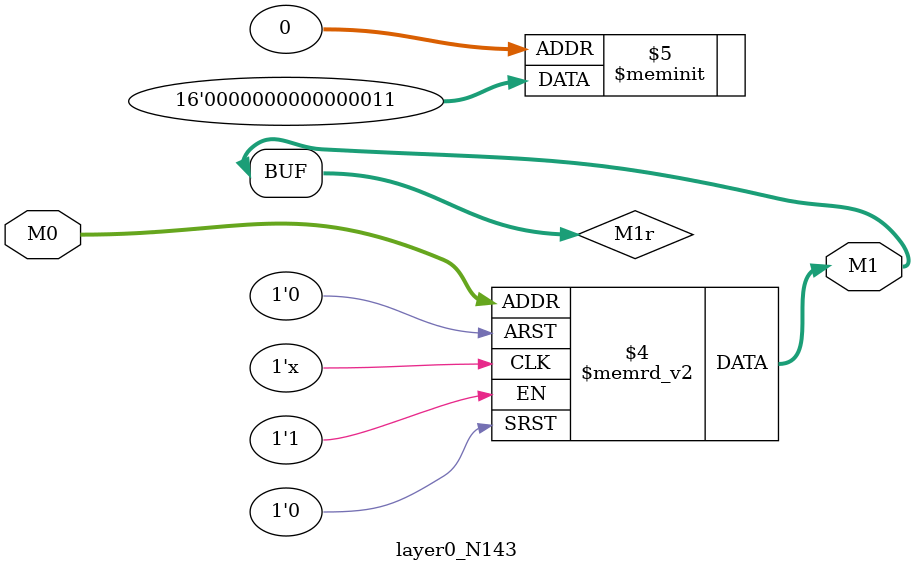
<source format=v>
module layer0_N143 ( input [2:0] M0, output [1:0] M1 );

	(*rom_style = "distributed" *) reg [1:0] M1r;
	assign M1 = M1r;
	always @ (M0) begin
		case (M0)
			3'b000: M1r = 2'b11;
			3'b100: M1r = 2'b00;
			3'b010: M1r = 2'b00;
			3'b110: M1r = 2'b00;
			3'b001: M1r = 2'b00;
			3'b101: M1r = 2'b00;
			3'b011: M1r = 2'b00;
			3'b111: M1r = 2'b00;

		endcase
	end
endmodule

</source>
